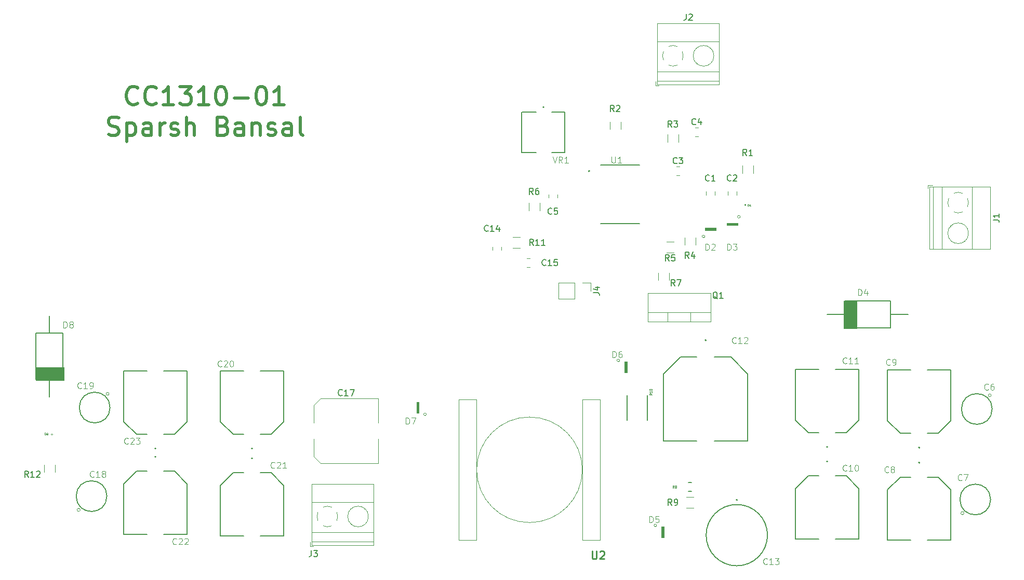
<source format=gbr>
G04 #@! TF.GenerationSoftware,KiCad,Pcbnew,(5.1.4)-1*
G04 #@! TF.CreationDate,2021-04-20T00:23:46+05:30*
G04 #@! TF.ProjectId,transformers-board,7472616e-7366-46f7-926d-6572732d626f,rev?*
G04 #@! TF.SameCoordinates,Original*
G04 #@! TF.FileFunction,Legend,Top*
G04 #@! TF.FilePolarity,Positive*
%FSLAX46Y46*%
G04 Gerber Fmt 4.6, Leading zero omitted, Abs format (unit mm)*
G04 Created by KiCad (PCBNEW (5.1.4)-1) date 2021-04-20 00:23:46*
%MOMM*%
%LPD*%
G04 APERTURE LIST*
%ADD10C,0.500000*%
%ADD11C,0.100000*%
%ADD12C,0.120000*%
%ADD13C,0.200000*%
%ADD14C,0.127000*%
%ADD15C,0.010000*%
%ADD16C,0.254000*%
%ADD17C,0.150000*%
%ADD18C,0.015000*%
G04 APERTURE END LIST*
D10*
X76884000Y-56483428D02*
X76741142Y-56626285D01*
X76312571Y-56769142D01*
X76026857Y-56769142D01*
X75598285Y-56626285D01*
X75312571Y-56340571D01*
X75169714Y-56054857D01*
X75026857Y-55483428D01*
X75026857Y-55054857D01*
X75169714Y-54483428D01*
X75312571Y-54197714D01*
X75598285Y-53912000D01*
X76026857Y-53769142D01*
X76312571Y-53769142D01*
X76741142Y-53912000D01*
X76884000Y-54054857D01*
X79884000Y-56483428D02*
X79741142Y-56626285D01*
X79312571Y-56769142D01*
X79026857Y-56769142D01*
X78598285Y-56626285D01*
X78312571Y-56340571D01*
X78169714Y-56054857D01*
X78026857Y-55483428D01*
X78026857Y-55054857D01*
X78169714Y-54483428D01*
X78312571Y-54197714D01*
X78598285Y-53912000D01*
X79026857Y-53769142D01*
X79312571Y-53769142D01*
X79741142Y-53912000D01*
X79884000Y-54054857D01*
X82741142Y-56769142D02*
X81026857Y-56769142D01*
X81884000Y-56769142D02*
X81884000Y-53769142D01*
X81598285Y-54197714D01*
X81312571Y-54483428D01*
X81026857Y-54626285D01*
X83741142Y-53769142D02*
X85598285Y-53769142D01*
X84598285Y-54912000D01*
X85026857Y-54912000D01*
X85312571Y-55054857D01*
X85455428Y-55197714D01*
X85598285Y-55483428D01*
X85598285Y-56197714D01*
X85455428Y-56483428D01*
X85312571Y-56626285D01*
X85026857Y-56769142D01*
X84169714Y-56769142D01*
X83884000Y-56626285D01*
X83741142Y-56483428D01*
X88455428Y-56769142D02*
X86741142Y-56769142D01*
X87598285Y-56769142D02*
X87598285Y-53769142D01*
X87312571Y-54197714D01*
X87026857Y-54483428D01*
X86741142Y-54626285D01*
X90312571Y-53769142D02*
X90598285Y-53769142D01*
X90884000Y-53912000D01*
X91026857Y-54054857D01*
X91169714Y-54340571D01*
X91312571Y-54912000D01*
X91312571Y-55626285D01*
X91169714Y-56197714D01*
X91026857Y-56483428D01*
X90884000Y-56626285D01*
X90598285Y-56769142D01*
X90312571Y-56769142D01*
X90026857Y-56626285D01*
X89884000Y-56483428D01*
X89741142Y-56197714D01*
X89598285Y-55626285D01*
X89598285Y-54912000D01*
X89741142Y-54340571D01*
X89884000Y-54054857D01*
X90026857Y-53912000D01*
X90312571Y-53769142D01*
X92598285Y-55626285D02*
X94884000Y-55626285D01*
X96884000Y-53769142D02*
X97169714Y-53769142D01*
X97455428Y-53912000D01*
X97598285Y-54054857D01*
X97741142Y-54340571D01*
X97884000Y-54912000D01*
X97884000Y-55626285D01*
X97741142Y-56197714D01*
X97598285Y-56483428D01*
X97455428Y-56626285D01*
X97169714Y-56769142D01*
X96884000Y-56769142D01*
X96598285Y-56626285D01*
X96455428Y-56483428D01*
X96312571Y-56197714D01*
X96169714Y-55626285D01*
X96169714Y-54912000D01*
X96312571Y-54340571D01*
X96455428Y-54054857D01*
X96598285Y-53912000D01*
X96884000Y-53769142D01*
X100741142Y-56769142D02*
X99026857Y-56769142D01*
X99884000Y-56769142D02*
X99884000Y-53769142D01*
X99598285Y-54197714D01*
X99312571Y-54483428D01*
X99026857Y-54626285D01*
X72098285Y-61626285D02*
X72526857Y-61769142D01*
X73241142Y-61769142D01*
X73526857Y-61626285D01*
X73669714Y-61483428D01*
X73812571Y-61197714D01*
X73812571Y-60912000D01*
X73669714Y-60626285D01*
X73526857Y-60483428D01*
X73241142Y-60340571D01*
X72669714Y-60197714D01*
X72383999Y-60054857D01*
X72241142Y-59912000D01*
X72098285Y-59626285D01*
X72098285Y-59340571D01*
X72241142Y-59054857D01*
X72383999Y-58912000D01*
X72669714Y-58769142D01*
X73383999Y-58769142D01*
X73812571Y-58912000D01*
X75098285Y-59769142D02*
X75098285Y-62769142D01*
X75098285Y-59912000D02*
X75383999Y-59769142D01*
X75955428Y-59769142D01*
X76241142Y-59912000D01*
X76383999Y-60054857D01*
X76526857Y-60340571D01*
X76526857Y-61197714D01*
X76383999Y-61483428D01*
X76241142Y-61626285D01*
X75955428Y-61769142D01*
X75383999Y-61769142D01*
X75098285Y-61626285D01*
X79098285Y-61769142D02*
X79098285Y-60197714D01*
X78955428Y-59912000D01*
X78669714Y-59769142D01*
X78098285Y-59769142D01*
X77812571Y-59912000D01*
X79098285Y-61626285D02*
X78812571Y-61769142D01*
X78098285Y-61769142D01*
X77812571Y-61626285D01*
X77669714Y-61340571D01*
X77669714Y-61054857D01*
X77812571Y-60769142D01*
X78098285Y-60626285D01*
X78812571Y-60626285D01*
X79098285Y-60483428D01*
X80526857Y-61769142D02*
X80526857Y-59769142D01*
X80526857Y-60340571D02*
X80669714Y-60054857D01*
X80812571Y-59912000D01*
X81098285Y-59769142D01*
X81383999Y-59769142D01*
X82241142Y-61626285D02*
X82526857Y-61769142D01*
X83098285Y-61769142D01*
X83383999Y-61626285D01*
X83526857Y-61340571D01*
X83526857Y-61197714D01*
X83383999Y-60912000D01*
X83098285Y-60769142D01*
X82669714Y-60769142D01*
X82383999Y-60626285D01*
X82241142Y-60340571D01*
X82241142Y-60197714D01*
X82383999Y-59912000D01*
X82669714Y-59769142D01*
X83098285Y-59769142D01*
X83383999Y-59912000D01*
X84812571Y-61769142D02*
X84812571Y-58769142D01*
X86098285Y-61769142D02*
X86098285Y-60197714D01*
X85955428Y-59912000D01*
X85669714Y-59769142D01*
X85241142Y-59769142D01*
X84955428Y-59912000D01*
X84812571Y-60054857D01*
X90812571Y-60197714D02*
X91241142Y-60340571D01*
X91384000Y-60483428D01*
X91526857Y-60769142D01*
X91526857Y-61197714D01*
X91384000Y-61483428D01*
X91241142Y-61626285D01*
X90955428Y-61769142D01*
X89812571Y-61769142D01*
X89812571Y-58769142D01*
X90812571Y-58769142D01*
X91098285Y-58912000D01*
X91241142Y-59054857D01*
X91384000Y-59340571D01*
X91384000Y-59626285D01*
X91241142Y-59912000D01*
X91098285Y-60054857D01*
X90812571Y-60197714D01*
X89812571Y-60197714D01*
X94098285Y-61769142D02*
X94098285Y-60197714D01*
X93955428Y-59912000D01*
X93669714Y-59769142D01*
X93098285Y-59769142D01*
X92812571Y-59912000D01*
X94098285Y-61626285D02*
X93812571Y-61769142D01*
X93098285Y-61769142D01*
X92812571Y-61626285D01*
X92669714Y-61340571D01*
X92669714Y-61054857D01*
X92812571Y-60769142D01*
X93098285Y-60626285D01*
X93812571Y-60626285D01*
X94098285Y-60483428D01*
X95526857Y-59769142D02*
X95526857Y-61769142D01*
X95526857Y-60054857D02*
X95669714Y-59912000D01*
X95955428Y-59769142D01*
X96383999Y-59769142D01*
X96669714Y-59912000D01*
X96812571Y-60197714D01*
X96812571Y-61769142D01*
X98098285Y-61626285D02*
X98383999Y-61769142D01*
X98955428Y-61769142D01*
X99241142Y-61626285D01*
X99383999Y-61340571D01*
X99383999Y-61197714D01*
X99241142Y-60912000D01*
X98955428Y-60769142D01*
X98526857Y-60769142D01*
X98241142Y-60626285D01*
X98098285Y-60340571D01*
X98098285Y-60197714D01*
X98241142Y-59912000D01*
X98526857Y-59769142D01*
X98955428Y-59769142D01*
X99241142Y-59912000D01*
X101955428Y-61769142D02*
X101955428Y-60197714D01*
X101812571Y-59912000D01*
X101526857Y-59769142D01*
X100955428Y-59769142D01*
X100669714Y-59912000D01*
X101955428Y-61626285D02*
X101669714Y-61769142D01*
X100955428Y-61769142D01*
X100669714Y-61626285D01*
X100526857Y-61340571D01*
X100526857Y-61054857D01*
X100669714Y-60769142D01*
X100955428Y-60626285D01*
X101669714Y-60626285D01*
X101955428Y-60483428D01*
X103812571Y-61769142D02*
X103526857Y-61626285D01*
X103383999Y-61340571D01*
X103383999Y-58769142D01*
D11*
X140716000Y-107722000D02*
G75*
G02X140716000Y-124942000I0J-8610000D01*
G01*
X140716000Y-124942000D02*
G75*
G02X140716000Y-107722000I0J8610000D01*
G01*
X140716000Y-124942000D02*
X140716000Y-124942000D01*
X140716000Y-107722000D02*
X140716000Y-107722000D01*
X152216000Y-104832000D02*
X149326000Y-104832000D01*
X152216000Y-127832000D02*
X152216000Y-104832000D01*
X149326000Y-127832000D02*
X152216000Y-127832000D01*
X149326000Y-104832000D02*
X149326000Y-127832000D01*
X132106000Y-104832000D02*
X129216000Y-104832000D01*
X132106000Y-127832000D02*
X132106000Y-104832000D01*
X129216000Y-127832000D02*
X132106000Y-127832000D01*
X129216000Y-104832000D02*
X129216000Y-127832000D01*
D12*
X169470000Y-71457078D02*
X169470000Y-70939922D01*
X170890000Y-71457078D02*
X170890000Y-70939922D01*
X174446000Y-71457078D02*
X174446000Y-70939922D01*
X173026000Y-71457078D02*
X173026000Y-70939922D01*
X164665922Y-66854000D02*
X165183078Y-66854000D01*
X164665922Y-68274000D02*
X165183078Y-68274000D01*
X167713922Y-61924000D02*
X168231078Y-61924000D01*
X167713922Y-60504000D02*
X168231078Y-60504000D01*
X143816000Y-71886578D02*
X143816000Y-71369422D01*
X145236000Y-71886578D02*
X145236000Y-71369422D01*
D13*
X204316000Y-115182000D02*
G75*
G03X204316000Y-115182000I-100000J0D01*
G01*
D14*
X201126000Y-117532000D02*
X202836000Y-117532000D01*
X199066000Y-119592000D02*
X201126000Y-117532000D01*
X199066000Y-127832000D02*
X199066000Y-119592000D01*
X202836000Y-127832000D02*
X199066000Y-127832000D01*
X209366000Y-127832000D02*
X205596000Y-127832000D01*
X209366000Y-119592000D02*
X209366000Y-127832000D01*
X207306000Y-117532000D02*
X209366000Y-119592000D01*
X205596000Y-117532000D02*
X207306000Y-117532000D01*
X202836000Y-110353000D02*
X201126000Y-110353000D01*
X201126000Y-110353000D02*
X199066000Y-108293000D01*
X199066000Y-108293000D02*
X199066000Y-100053000D01*
X199066000Y-100053000D02*
X202836000Y-100053000D01*
X205596000Y-100053000D02*
X209366000Y-100053000D01*
X209366000Y-100053000D02*
X209366000Y-108293000D01*
X209366000Y-108293000D02*
X207306000Y-110353000D01*
X207306000Y-110353000D02*
X205596000Y-110353000D01*
D13*
X204316000Y-112703000D02*
G75*
G03X204316000Y-112703000I-100000J0D01*
G01*
X189330000Y-114975000D02*
G75*
G03X189330000Y-114975000I-100000J0D01*
G01*
D14*
X186140000Y-117325000D02*
X187850000Y-117325000D01*
X184080000Y-119385000D02*
X186140000Y-117325000D01*
X184080000Y-127625000D02*
X184080000Y-119385000D01*
X187850000Y-127625000D02*
X184080000Y-127625000D01*
X194380000Y-127625000D02*
X190610000Y-127625000D01*
X194380000Y-119385000D02*
X194380000Y-127625000D01*
X192320000Y-117325000D02*
X194380000Y-119385000D01*
X190610000Y-117325000D02*
X192320000Y-117325000D01*
X187850000Y-110259000D02*
X186140000Y-110259000D01*
X186140000Y-110259000D02*
X184080000Y-108199000D01*
X184080000Y-108199000D02*
X184080000Y-99959000D01*
X184080000Y-99959000D02*
X187850000Y-99959000D01*
X190610000Y-99959000D02*
X194380000Y-99959000D01*
X194380000Y-99959000D02*
X194380000Y-108199000D01*
X194380000Y-108199000D02*
X192320000Y-110259000D01*
X192320000Y-110259000D02*
X190610000Y-110259000D01*
D13*
X189330000Y-112609000D02*
G75*
G03X189330000Y-112609000I-100000J0D01*
G01*
D12*
X136092000Y-80444078D02*
X136092000Y-79926922D01*
X134672000Y-80444078D02*
X134672000Y-79926922D01*
X140281922Y-81840000D02*
X140799078Y-81840000D01*
X140281922Y-83260000D02*
X140799078Y-83260000D01*
X116086000Y-115242000D02*
X116086000Y-111292000D01*
X116086000Y-104722000D02*
X116086000Y-108672000D01*
X106630437Y-104722000D02*
X116086000Y-104722000D01*
X106630437Y-115242000D02*
X116086000Y-115242000D01*
X105566000Y-114177563D02*
X105566000Y-111292000D01*
X105566000Y-105786437D02*
X105566000Y-108672000D01*
X105566000Y-105786437D02*
X106630437Y-104722000D01*
X105566000Y-114177563D02*
X106630437Y-115242000D01*
D13*
X95604000Y-112863000D02*
G75*
G03X95604000Y-112863000I-100000J0D01*
G01*
D14*
X98594000Y-110513000D02*
X96884000Y-110513000D01*
X100654000Y-108453000D02*
X98594000Y-110513000D01*
X100654000Y-100213000D02*
X100654000Y-108453000D01*
X96884000Y-100213000D02*
X100654000Y-100213000D01*
X90354000Y-100213000D02*
X94124000Y-100213000D01*
X90354000Y-108453000D02*
X90354000Y-100213000D01*
X92414000Y-110513000D02*
X90354000Y-108453000D01*
X94124000Y-110513000D02*
X92414000Y-110513000D01*
X96884000Y-116817000D02*
X98594000Y-116817000D01*
X98594000Y-116817000D02*
X100654000Y-118877000D01*
X100654000Y-118877000D02*
X100654000Y-127117000D01*
X100654000Y-127117000D02*
X96884000Y-127117000D01*
X94124000Y-127117000D02*
X90354000Y-127117000D01*
X90354000Y-127117000D02*
X90354000Y-118877000D01*
X90354000Y-118877000D02*
X92414000Y-116817000D01*
X92414000Y-116817000D02*
X94124000Y-116817000D01*
D13*
X95604000Y-114467000D02*
G75*
G03X95604000Y-114467000I-100000J0D01*
G01*
X79856000Y-114213000D02*
G75*
G03X79856000Y-114213000I-100000J0D01*
G01*
D14*
X76666000Y-116563000D02*
X78376000Y-116563000D01*
X74606000Y-118623000D02*
X76666000Y-116563000D01*
X74606000Y-126863000D02*
X74606000Y-118623000D01*
X78376000Y-126863000D02*
X74606000Y-126863000D01*
X84906000Y-126863000D02*
X81136000Y-126863000D01*
X84906000Y-118623000D02*
X84906000Y-126863000D01*
X82846000Y-116563000D02*
X84906000Y-118623000D01*
X81136000Y-116563000D02*
X82846000Y-116563000D01*
X78376000Y-110513000D02*
X76666000Y-110513000D01*
X76666000Y-110513000D02*
X74606000Y-108453000D01*
X74606000Y-108453000D02*
X74606000Y-100213000D01*
X74606000Y-100213000D02*
X78376000Y-100213000D01*
X81136000Y-100213000D02*
X84906000Y-100213000D01*
X84906000Y-100213000D02*
X84906000Y-108453000D01*
X84906000Y-108453000D02*
X82846000Y-110513000D01*
X82846000Y-110513000D02*
X81136000Y-110513000D01*
D13*
X79856000Y-112863000D02*
G75*
G03X79856000Y-112863000I-100000J0D01*
G01*
D12*
X205666000Y-69924000D02*
X205666000Y-70424000D01*
X206406000Y-69924000D02*
X205666000Y-69924000D01*
X209543000Y-76497000D02*
X209497000Y-76450000D01*
X211841000Y-78794000D02*
X211805000Y-78759000D01*
X209327000Y-76690000D02*
X209292000Y-76655000D01*
X211635000Y-78999000D02*
X211589000Y-78952000D01*
X215827000Y-80284000D02*
X205906000Y-80284000D01*
X215827000Y-70164000D02*
X205906000Y-70164000D01*
X205906000Y-70164000D02*
X205906000Y-80284000D01*
X215827000Y-70164000D02*
X215827000Y-80284000D01*
X212867000Y-70164000D02*
X212867000Y-80284000D01*
X207966000Y-70164000D02*
X207966000Y-80284000D01*
X206466000Y-70164000D02*
X206466000Y-80284000D01*
X212246000Y-77724000D02*
G75*
G03X212246000Y-77724000I-1680000J0D01*
G01*
X208885747Y-72752805D02*
G75*
G02X209031000Y-72040000I1680253J28805D01*
G01*
X209882958Y-71188574D02*
G75*
G02X211250000Y-71189000I683042J-1535426D01*
G01*
X212101426Y-72040958D02*
G75*
G02X212101000Y-73408000I-1535426J-683042D01*
G01*
X211249042Y-74259426D02*
G75*
G02X209882000Y-74259000I-683042J1535426D01*
G01*
X209031244Y-73407318D02*
G75*
G02X208886000Y-72724000I1534756J683318D01*
G01*
X164767318Y-50302756D02*
G75*
G02X164084000Y-50448000I-683318J1534756D01*
G01*
X165619426Y-48084958D02*
G75*
G02X165619000Y-49452000I-1535426J-683042D01*
G01*
X163400958Y-47232574D02*
G75*
G02X164768000Y-47233000I683042J-1535426D01*
G01*
X162548574Y-49451042D02*
G75*
G02X162549000Y-48084000I1535426J683042D01*
G01*
X164112805Y-50448253D02*
G75*
G02X163400000Y-50303000I-28805J1680253D01*
G01*
X170764000Y-48768000D02*
G75*
G03X170764000Y-48768000I-1680000J0D01*
G01*
X161524000Y-52868000D02*
X171644000Y-52868000D01*
X161524000Y-51368000D02*
X171644000Y-51368000D01*
X161524000Y-46467000D02*
X171644000Y-46467000D01*
X161524000Y-43507000D02*
X171644000Y-43507000D01*
X161524000Y-53428000D02*
X171644000Y-53428000D01*
X161524000Y-43507000D02*
X161524000Y-53428000D01*
X171644000Y-43507000D02*
X171644000Y-53428000D01*
X170359000Y-47699000D02*
X170312000Y-47745000D01*
X168050000Y-50007000D02*
X168015000Y-50042000D01*
X170154000Y-47493000D02*
X170119000Y-47529000D01*
X167857000Y-49791000D02*
X167810000Y-49837000D01*
X161284000Y-52928000D02*
X161284000Y-53668000D01*
X161284000Y-53668000D02*
X161784000Y-53668000D01*
X108459318Y-125486756D02*
G75*
G02X107776000Y-125632000I-683318J1534756D01*
G01*
X109311426Y-123268958D02*
G75*
G02X109311000Y-124636000I-1535426J-683042D01*
G01*
X107092958Y-122416574D02*
G75*
G02X108460000Y-122417000I683042J-1535426D01*
G01*
X106240574Y-124635042D02*
G75*
G02X106241000Y-123268000I1535426J683042D01*
G01*
X107804805Y-125632253D02*
G75*
G02X107092000Y-125487000I-28805J1680253D01*
G01*
X114456000Y-123952000D02*
G75*
G03X114456000Y-123952000I-1680000J0D01*
G01*
X105216000Y-128052000D02*
X115336000Y-128052000D01*
X105216000Y-126552000D02*
X115336000Y-126552000D01*
X105216000Y-121651000D02*
X115336000Y-121651000D01*
X105216000Y-118691000D02*
X115336000Y-118691000D01*
X105216000Y-128612000D02*
X115336000Y-128612000D01*
X105216000Y-118691000D02*
X105216000Y-128612000D01*
X115336000Y-118691000D02*
X115336000Y-128612000D01*
X114051000Y-122883000D02*
X114004000Y-122929000D01*
X111742000Y-125191000D02*
X111707000Y-125226000D01*
X113846000Y-122677000D02*
X113811000Y-122713000D01*
X111549000Y-124975000D02*
X111502000Y-125021000D01*
X104976000Y-128112000D02*
X104976000Y-128852000D01*
X104976000Y-128852000D02*
X105476000Y-128852000D01*
X170220000Y-92170000D02*
X159980000Y-92170000D01*
X170220000Y-87529000D02*
X159980000Y-87529000D01*
X170220000Y-92170000D02*
X170220000Y-87529000D01*
X159980000Y-92170000D02*
X159980000Y-87529000D01*
X170220000Y-90660000D02*
X159980000Y-90660000D01*
X166950000Y-92170000D02*
X166950000Y-90660000D01*
X163249000Y-92170000D02*
X163249000Y-90660000D01*
X177156000Y-66710000D02*
X177156000Y-67910000D01*
X175396000Y-67910000D02*
X175396000Y-66710000D01*
X155566000Y-59532000D02*
X155566000Y-60732000D01*
X153806000Y-60732000D02*
X153806000Y-59532000D01*
X163204000Y-62830000D02*
X163204000Y-61630000D01*
X164964000Y-61630000D02*
X164964000Y-62830000D01*
X165998000Y-79660000D02*
X165998000Y-78460000D01*
X167758000Y-78460000D02*
X167758000Y-79660000D01*
X163042000Y-79130000D02*
X164242000Y-79130000D01*
X164242000Y-80890000D02*
X163042000Y-80890000D01*
X142358000Y-72806000D02*
X142358000Y-74006000D01*
X140598000Y-74006000D02*
X140598000Y-72806000D01*
X163440000Y-84170000D02*
X163440000Y-85370000D01*
X161680000Y-85370000D02*
X161680000Y-84170000D01*
D14*
X166642000Y-119826000D02*
X167082000Y-119826000D01*
X166642000Y-118426000D02*
X167082000Y-118426000D01*
D12*
X166278000Y-120786000D02*
X167478000Y-120786000D01*
X167478000Y-122546000D02*
X166278000Y-122546000D01*
D14*
X156592000Y-104180000D02*
X156592000Y-108280000D01*
X159892000Y-104180000D02*
X159892000Y-108280000D01*
D12*
X138018000Y-78368000D02*
X139218000Y-78368000D01*
X139218000Y-80128000D02*
X138018000Y-80128000D01*
X61604000Y-116744000D02*
X61604000Y-115544000D01*
X63364000Y-115544000D02*
X63364000Y-116744000D01*
D14*
X152273000Y-76169000D02*
X158623000Y-76169000D01*
X152273000Y-66579000D02*
X158623000Y-66579000D01*
D13*
X150513000Y-67564000D02*
G75*
G03X150513000Y-67564000I-100000J0D01*
G01*
D11*
X215971140Y-104174110D02*
G75*
G03X215971140Y-104174110I-254000J0D01*
G01*
D14*
X216114000Y-106410000D02*
G75*
G03X216114000Y-106410000I-2500000J0D01*
G01*
X215860000Y-121174000D02*
G75*
G03X215860000Y-121174000I-2500000J0D01*
G01*
D11*
X211510860Y-123409890D02*
G75*
G03X211510860Y-123409890I-254000J0D01*
G01*
X67492860Y-122869890D02*
G75*
G03X67492860Y-122869890I-254000J0D01*
G01*
D14*
X71842000Y-120634000D02*
G75*
G03X71842000Y-120634000I-2500000J0D01*
G01*
X72350000Y-106172000D02*
G75*
G03X72350000Y-106172000I-2500000J0D01*
G01*
D11*
X72207140Y-103936110D02*
G75*
G03X72207140Y-103936110I-254000J0D01*
G01*
X176003000Y-73074000D02*
G75*
G03X176003000Y-73074000I-127000J0D01*
G01*
D15*
G36*
X169280000Y-77232276D02*
G01*
X169280000Y-76832000D01*
X171080414Y-76832000D01*
X171080414Y-77232276D01*
X169280000Y-77232276D01*
G37*
X169280000Y-77232276D02*
X169280000Y-76832000D01*
X171080414Y-76832000D01*
X171080414Y-77232276D01*
X169280000Y-77232276D01*
D11*
X169303606Y-78232000D02*
G75*
G03X169303606Y-78232000I-223606J0D01*
G01*
X175059606Y-75032000D02*
G75*
G03X175059606Y-75032000I-223606J0D01*
G01*
D15*
G36*
X174636000Y-76031724D02*
G01*
X174636000Y-76432000D01*
X172835586Y-76432000D01*
X172835586Y-76031724D01*
X174636000Y-76031724D01*
G37*
X174636000Y-76031724D02*
X174636000Y-76432000D01*
X172835586Y-76432000D01*
X172835586Y-76031724D01*
X174636000Y-76031724D01*
D11*
X161437606Y-125392000D02*
G75*
G03X161437606Y-125392000I-223606J0D01*
G01*
D15*
G36*
X162213724Y-125592000D02*
G01*
X162614000Y-125592000D01*
X162614000Y-127392414D01*
X162213724Y-127392414D01*
X162213724Y-125592000D01*
G37*
X162213724Y-125592000D02*
X162614000Y-125592000D01*
X162614000Y-127392414D01*
X162213724Y-127392414D01*
X162213724Y-125592000D01*
G36*
X156193724Y-98668000D02*
G01*
X156594000Y-98668000D01*
X156594000Y-100468414D01*
X156193724Y-100468414D01*
X156193724Y-98668000D01*
G37*
X156193724Y-98668000D02*
X156594000Y-98668000D01*
X156594000Y-100468414D01*
X156193724Y-100468414D01*
X156193724Y-98668000D01*
D11*
X155417606Y-98468000D02*
G75*
G03X155417606Y-98468000I-223606J0D01*
G01*
X123921606Y-107272000D02*
G75*
G03X123921606Y-107272000I-223606J0D01*
G01*
D15*
G36*
X122698276Y-107072000D02*
G01*
X122298000Y-107072000D01*
X122298000Y-105271586D01*
X122698276Y-105271586D01*
X122698276Y-107072000D01*
G37*
X122698276Y-107072000D02*
X122298000Y-107072000D01*
X122298000Y-105271586D01*
X122698276Y-105271586D01*
X122698276Y-107072000D01*
D11*
X63011000Y-110580000D02*
G75*
G03X63011000Y-110580000I-127000J0D01*
G01*
D15*
G36*
X191942190Y-88732000D02*
G01*
X194034000Y-88732000D01*
X194034000Y-93287550D01*
X191942190Y-93287550D01*
X191942190Y-88732000D01*
G37*
X191942190Y-88732000D02*
X194034000Y-88732000D01*
X194034000Y-93287550D01*
X191942190Y-93287550D01*
X191942190Y-88732000D01*
D13*
X199584000Y-90932000D02*
X202434000Y-90932000D01*
X189234000Y-90932000D02*
X192084000Y-90932000D01*
X192084000Y-90932000D02*
X192084000Y-88732000D01*
X192084000Y-93132000D02*
X192084000Y-90932000D01*
X199584000Y-93132000D02*
X192084000Y-93132000D01*
X199584000Y-90932000D02*
X199584000Y-93132000D01*
X199584000Y-88732000D02*
X199584000Y-90932000D01*
X192084000Y-88732000D02*
X199584000Y-88732000D01*
X60284000Y-101540000D02*
X60284000Y-94040000D01*
X60284000Y-94040000D02*
X62484000Y-94040000D01*
X62484000Y-94040000D02*
X64684000Y-94040000D01*
X64684000Y-94040000D02*
X64684000Y-101540000D01*
X64684000Y-101540000D02*
X62484000Y-101540000D01*
X62484000Y-101540000D02*
X60284000Y-101540000D01*
X62484000Y-104390000D02*
X62484000Y-101540000D01*
X62484000Y-94040000D02*
X62484000Y-91190000D01*
D15*
G36*
X60284000Y-101681810D02*
G01*
X60284000Y-99590000D01*
X64839550Y-99590000D01*
X64839550Y-101681810D01*
X60284000Y-101681810D01*
G37*
X60284000Y-101681810D02*
X60284000Y-99590000D01*
X64839550Y-99590000D01*
X64839550Y-101681810D01*
X60284000Y-101681810D01*
D13*
X143102000Y-57150000D02*
G75*
G03X143102000Y-57150000I-100000J0D01*
G01*
D14*
X139472000Y-64514000D02*
X139472000Y-57914000D01*
X141767000Y-64514000D02*
X139482000Y-64514000D01*
X146472000Y-64514000D02*
X144307000Y-64514000D01*
X146472000Y-57914000D02*
X146472000Y-64514000D01*
X144307000Y-57914000D02*
X146472000Y-57914000D01*
X139482000Y-57914000D02*
X141767000Y-57914000D01*
D12*
X145482000Y-85792000D02*
X145482000Y-88452000D01*
X148082000Y-85792000D02*
X145482000Y-85792000D01*
X148082000Y-88452000D02*
X145482000Y-88452000D01*
X148082000Y-85792000D02*
X148082000Y-88452000D01*
X149352000Y-85792000D02*
X150682000Y-85792000D01*
X150682000Y-85792000D02*
X150682000Y-87122000D01*
D13*
X174598000Y-121250000D02*
G75*
G03X174598000Y-121250000I-100000J0D01*
G01*
D14*
X179498000Y-127000000D02*
G75*
G03X179498000Y-127000000I-5000000J0D01*
G01*
D13*
X169518000Y-95193000D02*
G75*
G03X169518000Y-95193000I-100000J0D01*
G01*
D14*
X165308000Y-97943000D02*
X167998000Y-97943000D01*
X162566000Y-100683000D02*
X165308000Y-97943000D01*
X162568000Y-111643000D02*
X162566000Y-100683000D01*
X167998000Y-111643000D02*
X162568000Y-111643000D01*
X176268000Y-111643000D02*
X170838000Y-111643000D01*
X176270000Y-100683000D02*
X176268000Y-111643000D01*
X173528000Y-97943000D02*
X176270000Y-100683000D01*
X170838000Y-97943000D02*
X173528000Y-97943000D01*
D16*
X150924380Y-129606523D02*
X150924380Y-130634619D01*
X150984857Y-130755571D01*
X151045333Y-130816047D01*
X151166285Y-130876523D01*
X151408190Y-130876523D01*
X151529142Y-130816047D01*
X151589619Y-130755571D01*
X151650095Y-130634619D01*
X151650095Y-129606523D01*
X152194380Y-129727476D02*
X152254857Y-129667000D01*
X152375809Y-129606523D01*
X152678190Y-129606523D01*
X152799142Y-129667000D01*
X152859619Y-129727476D01*
X152920095Y-129848428D01*
X152920095Y-129969380D01*
X152859619Y-130150809D01*
X152133904Y-130876523D01*
X152920095Y-130876523D01*
D17*
X170013333Y-69094142D02*
X169965714Y-69141761D01*
X169822857Y-69189380D01*
X169727619Y-69189380D01*
X169584761Y-69141761D01*
X169489523Y-69046523D01*
X169441904Y-68951285D01*
X169394285Y-68760809D01*
X169394285Y-68617952D01*
X169441904Y-68427476D01*
X169489523Y-68332238D01*
X169584761Y-68237000D01*
X169727619Y-68189380D01*
X169822857Y-68189380D01*
X169965714Y-68237000D01*
X170013333Y-68284619D01*
X170965714Y-69189380D02*
X170394285Y-69189380D01*
X170680000Y-69189380D02*
X170680000Y-68189380D01*
X170584761Y-68332238D01*
X170489523Y-68427476D01*
X170394285Y-68475095D01*
X173569333Y-69094142D02*
X173521714Y-69141761D01*
X173378857Y-69189380D01*
X173283619Y-69189380D01*
X173140761Y-69141761D01*
X173045523Y-69046523D01*
X172997904Y-68951285D01*
X172950285Y-68760809D01*
X172950285Y-68617952D01*
X172997904Y-68427476D01*
X173045523Y-68332238D01*
X173140761Y-68237000D01*
X173283619Y-68189380D01*
X173378857Y-68189380D01*
X173521714Y-68237000D01*
X173569333Y-68284619D01*
X173950285Y-68284619D02*
X173997904Y-68237000D01*
X174093142Y-68189380D01*
X174331238Y-68189380D01*
X174426476Y-68237000D01*
X174474095Y-68284619D01*
X174521714Y-68379857D01*
X174521714Y-68475095D01*
X174474095Y-68617952D01*
X173902666Y-69189380D01*
X174521714Y-69189380D01*
X164757833Y-66271142D02*
X164710214Y-66318761D01*
X164567357Y-66366380D01*
X164472119Y-66366380D01*
X164329261Y-66318761D01*
X164234023Y-66223523D01*
X164186404Y-66128285D01*
X164138785Y-65937809D01*
X164138785Y-65794952D01*
X164186404Y-65604476D01*
X164234023Y-65509238D01*
X164329261Y-65414000D01*
X164472119Y-65366380D01*
X164567357Y-65366380D01*
X164710214Y-65414000D01*
X164757833Y-65461619D01*
X165091166Y-65366380D02*
X165710214Y-65366380D01*
X165376880Y-65747333D01*
X165519738Y-65747333D01*
X165614976Y-65794952D01*
X165662595Y-65842571D01*
X165710214Y-65937809D01*
X165710214Y-66175904D01*
X165662595Y-66271142D01*
X165614976Y-66318761D01*
X165519738Y-66366380D01*
X165234023Y-66366380D01*
X165138785Y-66318761D01*
X165091166Y-66271142D01*
X167805833Y-59921142D02*
X167758214Y-59968761D01*
X167615357Y-60016380D01*
X167520119Y-60016380D01*
X167377261Y-59968761D01*
X167282023Y-59873523D01*
X167234404Y-59778285D01*
X167186785Y-59587809D01*
X167186785Y-59444952D01*
X167234404Y-59254476D01*
X167282023Y-59159238D01*
X167377261Y-59064000D01*
X167520119Y-59016380D01*
X167615357Y-59016380D01*
X167758214Y-59064000D01*
X167805833Y-59111619D01*
X168662976Y-59349714D02*
X168662976Y-60016380D01*
X168424880Y-58968761D02*
X168186785Y-59683047D01*
X168805833Y-59683047D01*
X144359333Y-74525142D02*
X144311714Y-74572761D01*
X144168857Y-74620380D01*
X144073619Y-74620380D01*
X143930761Y-74572761D01*
X143835523Y-74477523D01*
X143787904Y-74382285D01*
X143740285Y-74191809D01*
X143740285Y-74048952D01*
X143787904Y-73858476D01*
X143835523Y-73763238D01*
X143930761Y-73668000D01*
X144073619Y-73620380D01*
X144168857Y-73620380D01*
X144311714Y-73668000D01*
X144359333Y-73715619D01*
X145264095Y-73620380D02*
X144787904Y-73620380D01*
X144740285Y-74096571D01*
X144787904Y-74048952D01*
X144883142Y-74001333D01*
X145121238Y-74001333D01*
X145216476Y-74048952D01*
X145264095Y-74096571D01*
X145311714Y-74191809D01*
X145311714Y-74429904D01*
X145264095Y-74525142D01*
X145216476Y-74572761D01*
X145121238Y-74620380D01*
X144883142Y-74620380D01*
X144787904Y-74572761D01*
X144740285Y-74525142D01*
D18*
X199223333Y-116689142D02*
X199175714Y-116736761D01*
X199032857Y-116784380D01*
X198937619Y-116784380D01*
X198794761Y-116736761D01*
X198699523Y-116641523D01*
X198651904Y-116546285D01*
X198604285Y-116355809D01*
X198604285Y-116212952D01*
X198651904Y-116022476D01*
X198699523Y-115927238D01*
X198794761Y-115832000D01*
X198937619Y-115784380D01*
X199032857Y-115784380D01*
X199175714Y-115832000D01*
X199223333Y-115879619D01*
X199794761Y-116212952D02*
X199699523Y-116165333D01*
X199651904Y-116117714D01*
X199604285Y-116022476D01*
X199604285Y-115974857D01*
X199651904Y-115879619D01*
X199699523Y-115832000D01*
X199794761Y-115784380D01*
X199985238Y-115784380D01*
X200080476Y-115832000D01*
X200128095Y-115879619D01*
X200175714Y-115974857D01*
X200175714Y-116022476D01*
X200128095Y-116117714D01*
X200080476Y-116165333D01*
X199985238Y-116212952D01*
X199794761Y-116212952D01*
X199699523Y-116260571D01*
X199651904Y-116308190D01*
X199604285Y-116403428D01*
X199604285Y-116593904D01*
X199651904Y-116689142D01*
X199699523Y-116736761D01*
X199794761Y-116784380D01*
X199985238Y-116784380D01*
X200080476Y-116736761D01*
X200128095Y-116689142D01*
X200175714Y-116593904D01*
X200175714Y-116403428D01*
X200128095Y-116308190D01*
X200080476Y-116260571D01*
X199985238Y-116212952D01*
X199477333Y-99163142D02*
X199429714Y-99210761D01*
X199286857Y-99258380D01*
X199191619Y-99258380D01*
X199048761Y-99210761D01*
X198953523Y-99115523D01*
X198905904Y-99020285D01*
X198858285Y-98829809D01*
X198858285Y-98686952D01*
X198905904Y-98496476D01*
X198953523Y-98401238D01*
X199048761Y-98306000D01*
X199191619Y-98258380D01*
X199286857Y-98258380D01*
X199429714Y-98306000D01*
X199477333Y-98353619D01*
X199953523Y-99258380D02*
X200144000Y-99258380D01*
X200239238Y-99210761D01*
X200286857Y-99163142D01*
X200382095Y-99020285D01*
X200429714Y-98829809D01*
X200429714Y-98448857D01*
X200382095Y-98353619D01*
X200334476Y-98306000D01*
X200239238Y-98258380D01*
X200048761Y-98258380D01*
X199953523Y-98306000D01*
X199905904Y-98353619D01*
X199858285Y-98448857D01*
X199858285Y-98686952D01*
X199905904Y-98782190D01*
X199953523Y-98829809D01*
X200048761Y-98877428D01*
X200239238Y-98877428D01*
X200334476Y-98829809D01*
X200382095Y-98782190D01*
X200429714Y-98686952D01*
X192397142Y-116435142D02*
X192349523Y-116482761D01*
X192206666Y-116530380D01*
X192111428Y-116530380D01*
X191968571Y-116482761D01*
X191873333Y-116387523D01*
X191825714Y-116292285D01*
X191778095Y-116101809D01*
X191778095Y-115958952D01*
X191825714Y-115768476D01*
X191873333Y-115673238D01*
X191968571Y-115578000D01*
X192111428Y-115530380D01*
X192206666Y-115530380D01*
X192349523Y-115578000D01*
X192397142Y-115625619D01*
X193349523Y-116530380D02*
X192778095Y-116530380D01*
X193063809Y-116530380D02*
X193063809Y-115530380D01*
X192968571Y-115673238D01*
X192873333Y-115768476D01*
X192778095Y-115816095D01*
X193968571Y-115530380D02*
X194063809Y-115530380D01*
X194159047Y-115578000D01*
X194206666Y-115625619D01*
X194254285Y-115720857D01*
X194301904Y-115911333D01*
X194301904Y-116149428D01*
X194254285Y-116339904D01*
X194206666Y-116435142D01*
X194159047Y-116482761D01*
X194063809Y-116530380D01*
X193968571Y-116530380D01*
X193873333Y-116482761D01*
X193825714Y-116435142D01*
X193778095Y-116339904D01*
X193730476Y-116149428D01*
X193730476Y-115911333D01*
X193778095Y-115720857D01*
X193825714Y-115625619D01*
X193873333Y-115578000D01*
X193968571Y-115530380D01*
X192397142Y-98909142D02*
X192349523Y-98956761D01*
X192206666Y-99004380D01*
X192111428Y-99004380D01*
X191968571Y-98956761D01*
X191873333Y-98861523D01*
X191825714Y-98766285D01*
X191778095Y-98575809D01*
X191778095Y-98432952D01*
X191825714Y-98242476D01*
X191873333Y-98147238D01*
X191968571Y-98052000D01*
X192111428Y-98004380D01*
X192206666Y-98004380D01*
X192349523Y-98052000D01*
X192397142Y-98099619D01*
X193349523Y-99004380D02*
X192778095Y-99004380D01*
X193063809Y-99004380D02*
X193063809Y-98004380D01*
X192968571Y-98147238D01*
X192873333Y-98242476D01*
X192778095Y-98290095D01*
X194301904Y-99004380D02*
X193730476Y-99004380D01*
X194016190Y-99004380D02*
X194016190Y-98004380D01*
X193920952Y-98147238D01*
X193825714Y-98242476D01*
X193730476Y-98290095D01*
D17*
X133977142Y-77319142D02*
X133929523Y-77366761D01*
X133786666Y-77414380D01*
X133691428Y-77414380D01*
X133548571Y-77366761D01*
X133453333Y-77271523D01*
X133405714Y-77176285D01*
X133358095Y-76985809D01*
X133358095Y-76842952D01*
X133405714Y-76652476D01*
X133453333Y-76557238D01*
X133548571Y-76462000D01*
X133691428Y-76414380D01*
X133786666Y-76414380D01*
X133929523Y-76462000D01*
X133977142Y-76509619D01*
X134929523Y-77414380D02*
X134358095Y-77414380D01*
X134643809Y-77414380D02*
X134643809Y-76414380D01*
X134548571Y-76557238D01*
X134453333Y-76652476D01*
X134358095Y-76700095D01*
X135786666Y-76747714D02*
X135786666Y-77414380D01*
X135548571Y-76366761D02*
X135310476Y-77081047D01*
X135929523Y-77081047D01*
X143375142Y-82907142D02*
X143327523Y-82954761D01*
X143184666Y-83002380D01*
X143089428Y-83002380D01*
X142946571Y-82954761D01*
X142851333Y-82859523D01*
X142803714Y-82764285D01*
X142756095Y-82573809D01*
X142756095Y-82430952D01*
X142803714Y-82240476D01*
X142851333Y-82145238D01*
X142946571Y-82050000D01*
X143089428Y-82002380D01*
X143184666Y-82002380D01*
X143327523Y-82050000D01*
X143375142Y-82097619D01*
X144327523Y-83002380D02*
X143756095Y-83002380D01*
X144041809Y-83002380D02*
X144041809Y-82002380D01*
X143946571Y-82145238D01*
X143851333Y-82240476D01*
X143756095Y-82288095D01*
X145232285Y-82002380D02*
X144756095Y-82002380D01*
X144708476Y-82478571D01*
X144756095Y-82430952D01*
X144851333Y-82383333D01*
X145089428Y-82383333D01*
X145184666Y-82430952D01*
X145232285Y-82478571D01*
X145279904Y-82573809D01*
X145279904Y-82811904D01*
X145232285Y-82907142D01*
X145184666Y-82954761D01*
X145089428Y-83002380D01*
X144851333Y-83002380D01*
X144756095Y-82954761D01*
X144708476Y-82907142D01*
X110183142Y-104139142D02*
X110135523Y-104186761D01*
X109992666Y-104234380D01*
X109897428Y-104234380D01*
X109754571Y-104186761D01*
X109659333Y-104091523D01*
X109611714Y-103996285D01*
X109564095Y-103805809D01*
X109564095Y-103662952D01*
X109611714Y-103472476D01*
X109659333Y-103377238D01*
X109754571Y-103282000D01*
X109897428Y-103234380D01*
X109992666Y-103234380D01*
X110135523Y-103282000D01*
X110183142Y-103329619D01*
X111135523Y-104234380D02*
X110564095Y-104234380D01*
X110849809Y-104234380D02*
X110849809Y-103234380D01*
X110754571Y-103377238D01*
X110659333Y-103472476D01*
X110564095Y-103520095D01*
X111468857Y-103234380D02*
X112135523Y-103234380D01*
X111706952Y-104234380D01*
D18*
X90543142Y-99417142D02*
X90495523Y-99464761D01*
X90352666Y-99512380D01*
X90257428Y-99512380D01*
X90114571Y-99464761D01*
X90019333Y-99369523D01*
X89971714Y-99274285D01*
X89924095Y-99083809D01*
X89924095Y-98940952D01*
X89971714Y-98750476D01*
X90019333Y-98655238D01*
X90114571Y-98560000D01*
X90257428Y-98512380D01*
X90352666Y-98512380D01*
X90495523Y-98560000D01*
X90543142Y-98607619D01*
X90924095Y-98607619D02*
X90971714Y-98560000D01*
X91066952Y-98512380D01*
X91305047Y-98512380D01*
X91400285Y-98560000D01*
X91447904Y-98607619D01*
X91495523Y-98702857D01*
X91495523Y-98798095D01*
X91447904Y-98940952D01*
X90876476Y-99512380D01*
X91495523Y-99512380D01*
X92114571Y-98512380D02*
X92209809Y-98512380D01*
X92305047Y-98560000D01*
X92352666Y-98607619D01*
X92400285Y-98702857D01*
X92447904Y-98893333D01*
X92447904Y-99131428D01*
X92400285Y-99321904D01*
X92352666Y-99417142D01*
X92305047Y-99464761D01*
X92209809Y-99512380D01*
X92114571Y-99512380D01*
X92019333Y-99464761D01*
X91971714Y-99417142D01*
X91924095Y-99321904D01*
X91876476Y-99131428D01*
X91876476Y-98893333D01*
X91924095Y-98702857D01*
X91971714Y-98607619D01*
X92019333Y-98560000D01*
X92114571Y-98512380D01*
X99179142Y-115974142D02*
X99131523Y-116021761D01*
X98988666Y-116069380D01*
X98893428Y-116069380D01*
X98750571Y-116021761D01*
X98655333Y-115926523D01*
X98607714Y-115831285D01*
X98560095Y-115640809D01*
X98560095Y-115497952D01*
X98607714Y-115307476D01*
X98655333Y-115212238D01*
X98750571Y-115117000D01*
X98893428Y-115069380D01*
X98988666Y-115069380D01*
X99131523Y-115117000D01*
X99179142Y-115164619D01*
X99560095Y-115164619D02*
X99607714Y-115117000D01*
X99702952Y-115069380D01*
X99941047Y-115069380D01*
X100036285Y-115117000D01*
X100083904Y-115164619D01*
X100131523Y-115259857D01*
X100131523Y-115355095D01*
X100083904Y-115497952D01*
X99512476Y-116069380D01*
X100131523Y-116069380D01*
X101083904Y-116069380D02*
X100512476Y-116069380D01*
X100798190Y-116069380D02*
X100798190Y-115069380D01*
X100702952Y-115212238D01*
X100607714Y-115307476D01*
X100512476Y-115355095D01*
X83177142Y-128420142D02*
X83129523Y-128467761D01*
X82986666Y-128515380D01*
X82891428Y-128515380D01*
X82748571Y-128467761D01*
X82653333Y-128372523D01*
X82605714Y-128277285D01*
X82558095Y-128086809D01*
X82558095Y-127943952D01*
X82605714Y-127753476D01*
X82653333Y-127658238D01*
X82748571Y-127563000D01*
X82891428Y-127515380D01*
X82986666Y-127515380D01*
X83129523Y-127563000D01*
X83177142Y-127610619D01*
X83558095Y-127610619D02*
X83605714Y-127563000D01*
X83700952Y-127515380D01*
X83939047Y-127515380D01*
X84034285Y-127563000D01*
X84081904Y-127610619D01*
X84129523Y-127705857D01*
X84129523Y-127801095D01*
X84081904Y-127943952D01*
X83510476Y-128515380D01*
X84129523Y-128515380D01*
X84510476Y-127610619D02*
X84558095Y-127563000D01*
X84653333Y-127515380D01*
X84891428Y-127515380D01*
X84986666Y-127563000D01*
X85034285Y-127610619D01*
X85081904Y-127705857D01*
X85081904Y-127801095D01*
X85034285Y-127943952D01*
X84462857Y-128515380D01*
X85081904Y-128515380D01*
X75303142Y-112023142D02*
X75255523Y-112070761D01*
X75112666Y-112118380D01*
X75017428Y-112118380D01*
X74874571Y-112070761D01*
X74779333Y-111975523D01*
X74731714Y-111880285D01*
X74684095Y-111689809D01*
X74684095Y-111546952D01*
X74731714Y-111356476D01*
X74779333Y-111261238D01*
X74874571Y-111166000D01*
X75017428Y-111118380D01*
X75112666Y-111118380D01*
X75255523Y-111166000D01*
X75303142Y-111213619D01*
X75684095Y-111213619D02*
X75731714Y-111166000D01*
X75826952Y-111118380D01*
X76065047Y-111118380D01*
X76160285Y-111166000D01*
X76207904Y-111213619D01*
X76255523Y-111308857D01*
X76255523Y-111404095D01*
X76207904Y-111546952D01*
X75636476Y-112118380D01*
X76255523Y-112118380D01*
X76588857Y-111118380D02*
X77207904Y-111118380D01*
X76874571Y-111499333D01*
X77017428Y-111499333D01*
X77112666Y-111546952D01*
X77160285Y-111594571D01*
X77207904Y-111689809D01*
X77207904Y-111927904D01*
X77160285Y-112023142D01*
X77112666Y-112070761D01*
X77017428Y-112118380D01*
X76731714Y-112118380D01*
X76636476Y-112070761D01*
X76588857Y-112023142D01*
D17*
X216278380Y-75557333D02*
X216992666Y-75557333D01*
X217135523Y-75604952D01*
X217230761Y-75700190D01*
X217278380Y-75843047D01*
X217278380Y-75938285D01*
X217278380Y-74557333D02*
X217278380Y-75128761D01*
X217278380Y-74843047D02*
X216278380Y-74843047D01*
X216421238Y-74938285D01*
X216516476Y-75033523D01*
X216564095Y-75128761D01*
X166250666Y-41960380D02*
X166250666Y-42674666D01*
X166203047Y-42817523D01*
X166107809Y-42912761D01*
X165964952Y-42960380D01*
X165869714Y-42960380D01*
X166679238Y-42055619D02*
X166726857Y-42008000D01*
X166822095Y-41960380D01*
X167060190Y-41960380D01*
X167155428Y-42008000D01*
X167203047Y-42055619D01*
X167250666Y-42150857D01*
X167250666Y-42246095D01*
X167203047Y-42388952D01*
X166631619Y-42960380D01*
X167250666Y-42960380D01*
X105156666Y-129500380D02*
X105156666Y-130214666D01*
X105109047Y-130357523D01*
X105013809Y-130452761D01*
X104870952Y-130500380D01*
X104775714Y-130500380D01*
X105537619Y-129500380D02*
X106156666Y-129500380D01*
X105823333Y-129881333D01*
X105966190Y-129881333D01*
X106061428Y-129928952D01*
X106109047Y-129976571D01*
X106156666Y-130071809D01*
X106156666Y-130309904D01*
X106109047Y-130405142D01*
X106061428Y-130452761D01*
X105966190Y-130500380D01*
X105680476Y-130500380D01*
X105585238Y-130452761D01*
X105537619Y-130405142D01*
X171354761Y-88431619D02*
X171259523Y-88384000D01*
X171164285Y-88288761D01*
X171021428Y-88145904D01*
X170926190Y-88098285D01*
X170830952Y-88098285D01*
X170878571Y-88336380D02*
X170783333Y-88288761D01*
X170688095Y-88193523D01*
X170640476Y-88003047D01*
X170640476Y-87669714D01*
X170688095Y-87479238D01*
X170783333Y-87384000D01*
X170878571Y-87336380D01*
X171069047Y-87336380D01*
X171164285Y-87384000D01*
X171259523Y-87479238D01*
X171307142Y-87669714D01*
X171307142Y-88003047D01*
X171259523Y-88193523D01*
X171164285Y-88288761D01*
X171069047Y-88336380D01*
X170878571Y-88336380D01*
X172259523Y-88336380D02*
X171688095Y-88336380D01*
X171973809Y-88336380D02*
X171973809Y-87336380D01*
X171878571Y-87479238D01*
X171783333Y-87574476D01*
X171688095Y-87622095D01*
X176109333Y-65034380D02*
X175776000Y-64558190D01*
X175537904Y-65034380D02*
X175537904Y-64034380D01*
X175918857Y-64034380D01*
X176014095Y-64082000D01*
X176061714Y-64129619D01*
X176109333Y-64224857D01*
X176109333Y-64367714D01*
X176061714Y-64462952D01*
X176014095Y-64510571D01*
X175918857Y-64558190D01*
X175537904Y-64558190D01*
X177061714Y-65034380D02*
X176490285Y-65034380D01*
X176776000Y-65034380D02*
X176776000Y-64034380D01*
X176680761Y-64177238D01*
X176585523Y-64272476D01*
X176490285Y-64320095D01*
X154519333Y-57856380D02*
X154186000Y-57380190D01*
X153947904Y-57856380D02*
X153947904Y-56856380D01*
X154328857Y-56856380D01*
X154424095Y-56904000D01*
X154471714Y-56951619D01*
X154519333Y-57046857D01*
X154519333Y-57189714D01*
X154471714Y-57284952D01*
X154424095Y-57332571D01*
X154328857Y-57380190D01*
X153947904Y-57380190D01*
X154900285Y-56951619D02*
X154947904Y-56904000D01*
X155043142Y-56856380D01*
X155281238Y-56856380D01*
X155376476Y-56904000D01*
X155424095Y-56951619D01*
X155471714Y-57046857D01*
X155471714Y-57142095D01*
X155424095Y-57284952D01*
X154852666Y-57856380D01*
X155471714Y-57856380D01*
X163917333Y-60396380D02*
X163584000Y-59920190D01*
X163345904Y-60396380D02*
X163345904Y-59396380D01*
X163726857Y-59396380D01*
X163822095Y-59444000D01*
X163869714Y-59491619D01*
X163917333Y-59586857D01*
X163917333Y-59729714D01*
X163869714Y-59824952D01*
X163822095Y-59872571D01*
X163726857Y-59920190D01*
X163345904Y-59920190D01*
X164250666Y-59396380D02*
X164869714Y-59396380D01*
X164536380Y-59777333D01*
X164679238Y-59777333D01*
X164774476Y-59824952D01*
X164822095Y-59872571D01*
X164869714Y-59967809D01*
X164869714Y-60205904D01*
X164822095Y-60301142D01*
X164774476Y-60348761D01*
X164679238Y-60396380D01*
X164393523Y-60396380D01*
X164298285Y-60348761D01*
X164250666Y-60301142D01*
X166711333Y-81798380D02*
X166378000Y-81322190D01*
X166139904Y-81798380D02*
X166139904Y-80798380D01*
X166520857Y-80798380D01*
X166616095Y-80846000D01*
X166663714Y-80893619D01*
X166711333Y-80988857D01*
X166711333Y-81131714D01*
X166663714Y-81226952D01*
X166616095Y-81274571D01*
X166520857Y-81322190D01*
X166139904Y-81322190D01*
X167568476Y-81131714D02*
X167568476Y-81798380D01*
X167330380Y-80750761D02*
X167092285Y-81465047D01*
X167711333Y-81465047D01*
X163475333Y-82240380D02*
X163142000Y-81764190D01*
X162903904Y-82240380D02*
X162903904Y-81240380D01*
X163284857Y-81240380D01*
X163380095Y-81288000D01*
X163427714Y-81335619D01*
X163475333Y-81430857D01*
X163475333Y-81573714D01*
X163427714Y-81668952D01*
X163380095Y-81716571D01*
X163284857Y-81764190D01*
X162903904Y-81764190D01*
X164380095Y-81240380D02*
X163903904Y-81240380D01*
X163856285Y-81716571D01*
X163903904Y-81668952D01*
X163999142Y-81621333D01*
X164237238Y-81621333D01*
X164332476Y-81668952D01*
X164380095Y-81716571D01*
X164427714Y-81811809D01*
X164427714Y-82049904D01*
X164380095Y-82145142D01*
X164332476Y-82192761D01*
X164237238Y-82240380D01*
X163999142Y-82240380D01*
X163903904Y-82192761D01*
X163856285Y-82145142D01*
X141311333Y-71384380D02*
X140978000Y-70908190D01*
X140739904Y-71384380D02*
X140739904Y-70384380D01*
X141120857Y-70384380D01*
X141216095Y-70432000D01*
X141263714Y-70479619D01*
X141311333Y-70574857D01*
X141311333Y-70717714D01*
X141263714Y-70812952D01*
X141216095Y-70860571D01*
X141120857Y-70908190D01*
X140739904Y-70908190D01*
X142168476Y-70384380D02*
X141978000Y-70384380D01*
X141882761Y-70432000D01*
X141835142Y-70479619D01*
X141739904Y-70622476D01*
X141692285Y-70812952D01*
X141692285Y-71193904D01*
X141739904Y-71289142D01*
X141787523Y-71336761D01*
X141882761Y-71384380D01*
X142073238Y-71384380D01*
X142168476Y-71336761D01*
X142216095Y-71289142D01*
X142263714Y-71193904D01*
X142263714Y-70955809D01*
X142216095Y-70860571D01*
X142168476Y-70812952D01*
X142073238Y-70765333D01*
X141882761Y-70765333D01*
X141787523Y-70812952D01*
X141739904Y-70860571D01*
X141692285Y-70955809D01*
X164425333Y-86304380D02*
X164092000Y-85828190D01*
X163853904Y-86304380D02*
X163853904Y-85304380D01*
X164234857Y-85304380D01*
X164330095Y-85352000D01*
X164377714Y-85399619D01*
X164425333Y-85494857D01*
X164425333Y-85637714D01*
X164377714Y-85732952D01*
X164330095Y-85780571D01*
X164234857Y-85828190D01*
X163853904Y-85828190D01*
X164758666Y-85304380D02*
X165425333Y-85304380D01*
X164996761Y-86304380D01*
D18*
X164272383Y-119304102D02*
X164141149Y-119116626D01*
X164047411Y-119304102D02*
X164047411Y-118910401D01*
X164197392Y-118910401D01*
X164234887Y-118929149D01*
X164253635Y-118947897D01*
X164272383Y-118985392D01*
X164272383Y-119041635D01*
X164253635Y-119079130D01*
X164234887Y-119097878D01*
X164197392Y-119116626D01*
X164047411Y-119116626D01*
X164497355Y-119079130D02*
X164459859Y-119060383D01*
X164441112Y-119041635D01*
X164422364Y-119004140D01*
X164422364Y-118985392D01*
X164441112Y-118947897D01*
X164459859Y-118929149D01*
X164497355Y-118910401D01*
X164572345Y-118910401D01*
X164609841Y-118929149D01*
X164628588Y-118947897D01*
X164647336Y-118985392D01*
X164647336Y-119004140D01*
X164628588Y-119041635D01*
X164609841Y-119060383D01*
X164572345Y-119079130D01*
X164497355Y-119079130D01*
X164459859Y-119097878D01*
X164441112Y-119116626D01*
X164422364Y-119154121D01*
X164422364Y-119229112D01*
X164441112Y-119266607D01*
X164459859Y-119285355D01*
X164497355Y-119304102D01*
X164572345Y-119304102D01*
X164609841Y-119285355D01*
X164628588Y-119266607D01*
X164647336Y-119229112D01*
X164647336Y-119154121D01*
X164628588Y-119116626D01*
X164609841Y-119097878D01*
X164572345Y-119079130D01*
D17*
X163917333Y-122118380D02*
X163584000Y-121642190D01*
X163345904Y-122118380D02*
X163345904Y-121118380D01*
X163726857Y-121118380D01*
X163822095Y-121166000D01*
X163869714Y-121213619D01*
X163917333Y-121308857D01*
X163917333Y-121451714D01*
X163869714Y-121546952D01*
X163822095Y-121594571D01*
X163726857Y-121642190D01*
X163345904Y-121642190D01*
X164393523Y-122118380D02*
X164584000Y-122118380D01*
X164679238Y-122070761D01*
X164726857Y-122023142D01*
X164822095Y-121880285D01*
X164869714Y-121689809D01*
X164869714Y-121308857D01*
X164822095Y-121213619D01*
X164774476Y-121166000D01*
X164679238Y-121118380D01*
X164488761Y-121118380D01*
X164393523Y-121166000D01*
X164345904Y-121213619D01*
X164298285Y-121308857D01*
X164298285Y-121546952D01*
X164345904Y-121642190D01*
X164393523Y-121689809D01*
X164488761Y-121737428D01*
X164679238Y-121737428D01*
X164774476Y-121689809D01*
X164822095Y-121642190D01*
X164869714Y-121546952D01*
D18*
X160670102Y-103873093D02*
X160482626Y-104004327D01*
X160670102Y-104098065D02*
X160276401Y-104098065D01*
X160276401Y-103948084D01*
X160295149Y-103910588D01*
X160313897Y-103891841D01*
X160351392Y-103873093D01*
X160407635Y-103873093D01*
X160445130Y-103891841D01*
X160463878Y-103910588D01*
X160482626Y-103948084D01*
X160482626Y-104098065D01*
X160670102Y-103498140D02*
X160670102Y-103723112D01*
X160670102Y-103610626D02*
X160276401Y-103610626D01*
X160332644Y-103648121D01*
X160370140Y-103685616D01*
X160388887Y-103723112D01*
X160276401Y-103254420D02*
X160276401Y-103216925D01*
X160295149Y-103179429D01*
X160313897Y-103160682D01*
X160351392Y-103141934D01*
X160426383Y-103123186D01*
X160520121Y-103123186D01*
X160595112Y-103141934D01*
X160632607Y-103160682D01*
X160651355Y-103179429D01*
X160670102Y-103216925D01*
X160670102Y-103254420D01*
X160651355Y-103291915D01*
X160632607Y-103310663D01*
X160595112Y-103329411D01*
X160520121Y-103348158D01*
X160426383Y-103348158D01*
X160351392Y-103329411D01*
X160313897Y-103310663D01*
X160295149Y-103291915D01*
X160276401Y-103254420D01*
D17*
X141343142Y-79700380D02*
X141009809Y-79224190D01*
X140771714Y-79700380D02*
X140771714Y-78700380D01*
X141152666Y-78700380D01*
X141247904Y-78748000D01*
X141295523Y-78795619D01*
X141343142Y-78890857D01*
X141343142Y-79033714D01*
X141295523Y-79128952D01*
X141247904Y-79176571D01*
X141152666Y-79224190D01*
X140771714Y-79224190D01*
X142295523Y-79700380D02*
X141724095Y-79700380D01*
X142009809Y-79700380D02*
X142009809Y-78700380D01*
X141914571Y-78843238D01*
X141819333Y-78938476D01*
X141724095Y-78986095D01*
X143247904Y-79700380D02*
X142676476Y-79700380D01*
X142962190Y-79700380D02*
X142962190Y-78700380D01*
X142866952Y-78843238D01*
X142771714Y-78938476D01*
X142676476Y-78986095D01*
X59047142Y-117546380D02*
X58713809Y-117070190D01*
X58475714Y-117546380D02*
X58475714Y-116546380D01*
X58856666Y-116546380D01*
X58951904Y-116594000D01*
X58999523Y-116641619D01*
X59047142Y-116736857D01*
X59047142Y-116879714D01*
X58999523Y-116974952D01*
X58951904Y-117022571D01*
X58856666Y-117070190D01*
X58475714Y-117070190D01*
X59999523Y-117546380D02*
X59428095Y-117546380D01*
X59713809Y-117546380D02*
X59713809Y-116546380D01*
X59618571Y-116689238D01*
X59523333Y-116784476D01*
X59428095Y-116832095D01*
X60380476Y-116641619D02*
X60428095Y-116594000D01*
X60523333Y-116546380D01*
X60761428Y-116546380D01*
X60856666Y-116594000D01*
X60904285Y-116641619D01*
X60951904Y-116736857D01*
X60951904Y-116832095D01*
X60904285Y-116974952D01*
X60332857Y-117546380D01*
X60951904Y-117546380D01*
D18*
X154121095Y-65219380D02*
X154121095Y-66028904D01*
X154168714Y-66124142D01*
X154216333Y-66171761D01*
X154311571Y-66219380D01*
X154502047Y-66219380D01*
X154597285Y-66171761D01*
X154644904Y-66124142D01*
X154692523Y-66028904D01*
X154692523Y-65219380D01*
X155692523Y-66219380D02*
X155121095Y-66219380D01*
X155406809Y-66219380D02*
X155406809Y-65219380D01*
X155311571Y-65362238D01*
X155216333Y-65457476D01*
X155121095Y-65505095D01*
X215479325Y-103195159D02*
X215431704Y-103242780D01*
X215288840Y-103290402D01*
X215193597Y-103290402D01*
X215050733Y-103242780D01*
X214955491Y-103147538D01*
X214907870Y-103052295D01*
X214860248Y-102861810D01*
X214860248Y-102718946D01*
X214907870Y-102528461D01*
X214955491Y-102433219D01*
X215050733Y-102337976D01*
X215193597Y-102290355D01*
X215288840Y-102290355D01*
X215431704Y-102337976D01*
X215479325Y-102385597D01*
X216336508Y-102290355D02*
X216146023Y-102290355D01*
X216050780Y-102337976D01*
X216003159Y-102385597D01*
X215907917Y-102528461D01*
X215860295Y-102718946D01*
X215860295Y-103099917D01*
X215907917Y-103195159D01*
X215955538Y-103242780D01*
X216050780Y-103290402D01*
X216241266Y-103290402D01*
X216336508Y-103242780D01*
X216384129Y-103195159D01*
X216431751Y-103099917D01*
X216431751Y-102861810D01*
X216384129Y-102766568D01*
X216336508Y-102718946D01*
X216241266Y-102671325D01*
X216050780Y-102671325D01*
X215955538Y-102718946D01*
X215907917Y-102766568D01*
X215860295Y-102861810D01*
X211161325Y-117975159D02*
X211113704Y-118022780D01*
X210970840Y-118070402D01*
X210875597Y-118070402D01*
X210732733Y-118022780D01*
X210637491Y-117927538D01*
X210589870Y-117832295D01*
X210542248Y-117641810D01*
X210542248Y-117498946D01*
X210589870Y-117308461D01*
X210637491Y-117213219D01*
X210732733Y-117117976D01*
X210875597Y-117070355D01*
X210970840Y-117070355D01*
X211113704Y-117117976D01*
X211161325Y-117165597D01*
X211494674Y-117070355D02*
X212161372Y-117070355D01*
X211732780Y-118070402D01*
X69715112Y-117435159D02*
X69667491Y-117482780D01*
X69524627Y-117530402D01*
X69429384Y-117530402D01*
X69286521Y-117482780D01*
X69191278Y-117387538D01*
X69143657Y-117292295D01*
X69096035Y-117101810D01*
X69096035Y-116958946D01*
X69143657Y-116768461D01*
X69191278Y-116673219D01*
X69286521Y-116577976D01*
X69429384Y-116530355D01*
X69524627Y-116530355D01*
X69667491Y-116577976D01*
X69715112Y-116625597D01*
X70667538Y-117530402D02*
X70096082Y-117530402D01*
X70381810Y-117530402D02*
X70381810Y-116530355D01*
X70286568Y-116673219D01*
X70191325Y-116768461D01*
X70096082Y-116816082D01*
X71238993Y-116958946D02*
X71143751Y-116911325D01*
X71096129Y-116863704D01*
X71048508Y-116768461D01*
X71048508Y-116720840D01*
X71096129Y-116625597D01*
X71143751Y-116577976D01*
X71238993Y-116530355D01*
X71429478Y-116530355D01*
X71524721Y-116577976D01*
X71572342Y-116625597D01*
X71619964Y-116720840D01*
X71619964Y-116768461D01*
X71572342Y-116863704D01*
X71524721Y-116911325D01*
X71429478Y-116958946D01*
X71238993Y-116958946D01*
X71143751Y-117006568D01*
X71096129Y-117054189D01*
X71048508Y-117149431D01*
X71048508Y-117339917D01*
X71096129Y-117435159D01*
X71143751Y-117482780D01*
X71238993Y-117530402D01*
X71429478Y-117530402D01*
X71524721Y-117482780D01*
X71572342Y-117435159D01*
X71619964Y-117339917D01*
X71619964Y-117149431D01*
X71572342Y-117054189D01*
X71524721Y-117006568D01*
X71429478Y-116958946D01*
X67683112Y-102973159D02*
X67635491Y-103020780D01*
X67492627Y-103068402D01*
X67397384Y-103068402D01*
X67254521Y-103020780D01*
X67159278Y-102925538D01*
X67111657Y-102830295D01*
X67064035Y-102639810D01*
X67064035Y-102496946D01*
X67111657Y-102306461D01*
X67159278Y-102211219D01*
X67254521Y-102115976D01*
X67397384Y-102068355D01*
X67492627Y-102068355D01*
X67635491Y-102115976D01*
X67683112Y-102163597D01*
X68635538Y-103068402D02*
X68064082Y-103068402D01*
X68349810Y-103068402D02*
X68349810Y-102068355D01*
X68254568Y-102211219D01*
X68159325Y-102306461D01*
X68064082Y-102354082D01*
X69111751Y-103068402D02*
X69302236Y-103068402D01*
X69397478Y-103020780D01*
X69445100Y-102973159D01*
X69540342Y-102830295D01*
X69587964Y-102639810D01*
X69587964Y-102258840D01*
X69540342Y-102163597D01*
X69492721Y-102115976D01*
X69397478Y-102068355D01*
X69206993Y-102068355D01*
X69111751Y-102115976D01*
X69064129Y-102163597D01*
X69016508Y-102258840D01*
X69016508Y-102496946D01*
X69064129Y-102592189D01*
X69111751Y-102639810D01*
X69206993Y-102687431D01*
X69397478Y-102687431D01*
X69492721Y-102639810D01*
X69540342Y-102592189D01*
X69587964Y-102496946D01*
X176293794Y-73308771D02*
X176293794Y-72988750D01*
X176369989Y-72988750D01*
X176415706Y-73003989D01*
X176446184Y-73034467D01*
X176461424Y-73064945D01*
X176476663Y-73125902D01*
X176476663Y-73171619D01*
X176461424Y-73232575D01*
X176446184Y-73263054D01*
X176415706Y-73293532D01*
X176369989Y-73308771D01*
X176293794Y-73308771D01*
X176781445Y-73308771D02*
X176598575Y-73308771D01*
X176690010Y-73308771D02*
X176690010Y-72988750D01*
X176659532Y-73034467D01*
X176629054Y-73064945D01*
X176598575Y-73080184D01*
X169441835Y-80462423D02*
X169441835Y-79462329D01*
X169679953Y-79462329D01*
X169822823Y-79509953D01*
X169918070Y-79605200D01*
X169965694Y-79700447D01*
X170013317Y-79890941D01*
X170013317Y-80033811D01*
X169965694Y-80224305D01*
X169918070Y-80319552D01*
X169822823Y-80414799D01*
X169679953Y-80462423D01*
X169441835Y-80462423D01*
X170394305Y-79557576D02*
X170441929Y-79509953D01*
X170537176Y-79462329D01*
X170775294Y-79462329D01*
X170870541Y-79509953D01*
X170918164Y-79557576D01*
X170965788Y-79652823D01*
X170965788Y-79748070D01*
X170918164Y-79890941D01*
X170346682Y-80462423D01*
X170965788Y-80462423D01*
X172997835Y-80462423D02*
X172997835Y-79462329D01*
X173235953Y-79462329D01*
X173378823Y-79509953D01*
X173474070Y-79605200D01*
X173521694Y-79700447D01*
X173569317Y-79890941D01*
X173569317Y-80033811D01*
X173521694Y-80224305D01*
X173474070Y-80319552D01*
X173378823Y-80414799D01*
X173235953Y-80462423D01*
X172997835Y-80462423D01*
X173902682Y-79462329D02*
X174521788Y-79462329D01*
X174188423Y-79843317D01*
X174331294Y-79843317D01*
X174426541Y-79890941D01*
X174474164Y-79938564D01*
X174521788Y-80033811D01*
X174521788Y-80271929D01*
X174474164Y-80367176D01*
X174426541Y-80414799D01*
X174331294Y-80462423D01*
X174045552Y-80462423D01*
X173950305Y-80414799D01*
X173902682Y-80367176D01*
X160297835Y-124912423D02*
X160297835Y-123912329D01*
X160535953Y-123912329D01*
X160678823Y-123959953D01*
X160774070Y-124055200D01*
X160821694Y-124150447D01*
X160869317Y-124340941D01*
X160869317Y-124483811D01*
X160821694Y-124674305D01*
X160774070Y-124769552D01*
X160678823Y-124864799D01*
X160535953Y-124912423D01*
X160297835Y-124912423D01*
X161774164Y-123912329D02*
X161297929Y-123912329D01*
X161250305Y-124388564D01*
X161297929Y-124340941D01*
X161393176Y-124293317D01*
X161631294Y-124293317D01*
X161726541Y-124340941D01*
X161774164Y-124388564D01*
X161821788Y-124483811D01*
X161821788Y-124721929D01*
X161774164Y-124817176D01*
X161726541Y-124864799D01*
X161631294Y-124912423D01*
X161393176Y-124912423D01*
X161297929Y-124864799D01*
X161250305Y-124817176D01*
X154277835Y-97988423D02*
X154277835Y-96988329D01*
X154515953Y-96988329D01*
X154658823Y-97035953D01*
X154754070Y-97131200D01*
X154801694Y-97226447D01*
X154849317Y-97416941D01*
X154849317Y-97559811D01*
X154801694Y-97750305D01*
X154754070Y-97845552D01*
X154658823Y-97940799D01*
X154515953Y-97988423D01*
X154277835Y-97988423D01*
X155706541Y-96988329D02*
X155516047Y-96988329D01*
X155420799Y-97035953D01*
X155373176Y-97083576D01*
X155277929Y-97226447D01*
X155230305Y-97416941D01*
X155230305Y-97797929D01*
X155277929Y-97893176D01*
X155325552Y-97940799D01*
X155420799Y-97988423D01*
X155611294Y-97988423D01*
X155706541Y-97940799D01*
X155754164Y-97893176D01*
X155801788Y-97797929D01*
X155801788Y-97559811D01*
X155754164Y-97464564D01*
X155706541Y-97416941D01*
X155611294Y-97369317D01*
X155420799Y-97369317D01*
X155325552Y-97416941D01*
X155277929Y-97464564D01*
X155230305Y-97559811D01*
X120584765Y-108859643D02*
X120584765Y-107859549D01*
X120822883Y-107859549D01*
X120965753Y-107907173D01*
X121061000Y-108002420D01*
X121108624Y-108097667D01*
X121156247Y-108288161D01*
X121156247Y-108431031D01*
X121108624Y-108621525D01*
X121061000Y-108716772D01*
X120965753Y-108812019D01*
X120822883Y-108859643D01*
X120584765Y-108859643D01*
X121489612Y-107859549D02*
X122156341Y-107859549D01*
X121727729Y-108859643D01*
X61739794Y-110634771D02*
X61739794Y-110314750D01*
X61815989Y-110314750D01*
X61861706Y-110329989D01*
X61892184Y-110360467D01*
X61907424Y-110390945D01*
X61922663Y-110451902D01*
X61922663Y-110497619D01*
X61907424Y-110558575D01*
X61892184Y-110589054D01*
X61861706Y-110619532D01*
X61815989Y-110634771D01*
X61739794Y-110634771D01*
X62075054Y-110634771D02*
X62136010Y-110634771D01*
X62166488Y-110619532D01*
X62181727Y-110604293D01*
X62212205Y-110558575D01*
X62227445Y-110497619D01*
X62227445Y-110375706D01*
X62212205Y-110345228D01*
X62196966Y-110329989D01*
X62166488Y-110314750D01*
X62105532Y-110314750D01*
X62075054Y-110329989D01*
X62059815Y-110345228D01*
X62044575Y-110375706D01*
X62044575Y-110451902D01*
X62059815Y-110482380D01*
X62075054Y-110497619D01*
X62105532Y-110512858D01*
X62166488Y-110512858D01*
X62196966Y-110497619D01*
X62212205Y-110482380D01*
X62227445Y-110451902D01*
X194278591Y-87865974D02*
X194278591Y-86838013D01*
X194523344Y-86838013D01*
X194670196Y-86886964D01*
X194768097Y-86984865D01*
X194817047Y-87082766D01*
X194865998Y-87278568D01*
X194865998Y-87425420D01*
X194817047Y-87621222D01*
X194768097Y-87719123D01*
X194670196Y-87817024D01*
X194523344Y-87865974D01*
X194278591Y-87865974D01*
X195747107Y-87180667D02*
X195747107Y-87865974D01*
X195502354Y-86789063D02*
X195257602Y-87523321D01*
X195893959Y-87523321D01*
X64773266Y-93175029D02*
X64773266Y-92147068D01*
X65018019Y-92147068D01*
X65164871Y-92196019D01*
X65262772Y-92293920D01*
X65311722Y-92391821D01*
X65360673Y-92587623D01*
X65360673Y-92734475D01*
X65311722Y-92930277D01*
X65262772Y-93028178D01*
X65164871Y-93126079D01*
X65018019Y-93175029D01*
X64773266Y-93175029D01*
X65948079Y-92587623D02*
X65850178Y-92538673D01*
X65801227Y-92489722D01*
X65752277Y-92391821D01*
X65752277Y-92342871D01*
X65801227Y-92244970D01*
X65850178Y-92196019D01*
X65948079Y-92147068D01*
X66143881Y-92147068D01*
X66241782Y-92196019D01*
X66290733Y-92244970D01*
X66339683Y-92342871D01*
X66339683Y-92391821D01*
X66290733Y-92489722D01*
X66241782Y-92538673D01*
X66143881Y-92587623D01*
X65948079Y-92587623D01*
X65850178Y-92636574D01*
X65801227Y-92685524D01*
X65752277Y-92783425D01*
X65752277Y-92979227D01*
X65801227Y-93077128D01*
X65850178Y-93126079D01*
X65948079Y-93175029D01*
X66143881Y-93175029D01*
X66241782Y-93126079D01*
X66290733Y-93077128D01*
X66339683Y-92979227D01*
X66339683Y-92783425D01*
X66290733Y-92685524D01*
X66241782Y-92636574D01*
X66143881Y-92587623D01*
X144482867Y-65236871D02*
X144817119Y-66239627D01*
X145151371Y-65236871D01*
X146058626Y-66239627D02*
X145724374Y-65762124D01*
X145485623Y-66239627D02*
X145485623Y-65236871D01*
X145867625Y-65236871D01*
X145963126Y-65284622D01*
X146010876Y-65332372D01*
X146058626Y-65427872D01*
X146058626Y-65571123D01*
X146010876Y-65666624D01*
X145963126Y-65714374D01*
X145867625Y-65762124D01*
X145485623Y-65762124D01*
X147013632Y-66239627D02*
X146440628Y-66239627D01*
X146727130Y-66239627D02*
X146727130Y-65236871D01*
X146631630Y-65380122D01*
X146536129Y-65475623D01*
X146440628Y-65523373D01*
D17*
X151134380Y-87455333D02*
X151848666Y-87455333D01*
X151991523Y-87502952D01*
X152086761Y-87598190D01*
X152134380Y-87741047D01*
X152134380Y-87836285D01*
X151467714Y-86550571D02*
X152134380Y-86550571D01*
X151086761Y-86788666D02*
X151801047Y-87026761D01*
X151801047Y-86407714D01*
D18*
X179443142Y-131675142D02*
X179395523Y-131722761D01*
X179252666Y-131770380D01*
X179157428Y-131770380D01*
X179014571Y-131722761D01*
X178919333Y-131627523D01*
X178871714Y-131532285D01*
X178824095Y-131341809D01*
X178824095Y-131198952D01*
X178871714Y-131008476D01*
X178919333Y-130913238D01*
X179014571Y-130818000D01*
X179157428Y-130770380D01*
X179252666Y-130770380D01*
X179395523Y-130818000D01*
X179443142Y-130865619D01*
X180395523Y-131770380D02*
X179824095Y-131770380D01*
X180109809Y-131770380D02*
X180109809Y-130770380D01*
X180014571Y-130913238D01*
X179919333Y-131008476D01*
X179824095Y-131056095D01*
X180728857Y-130770380D02*
X181347904Y-130770380D01*
X181014571Y-131151333D01*
X181157428Y-131151333D01*
X181252666Y-131198952D01*
X181300285Y-131246571D01*
X181347904Y-131341809D01*
X181347904Y-131579904D01*
X181300285Y-131675142D01*
X181252666Y-131722761D01*
X181157428Y-131770380D01*
X180871714Y-131770380D01*
X180776476Y-131722761D01*
X180728857Y-131675142D01*
X174363142Y-95607142D02*
X174315523Y-95654761D01*
X174172666Y-95702380D01*
X174077428Y-95702380D01*
X173934571Y-95654761D01*
X173839333Y-95559523D01*
X173791714Y-95464285D01*
X173744095Y-95273809D01*
X173744095Y-95130952D01*
X173791714Y-94940476D01*
X173839333Y-94845238D01*
X173934571Y-94750000D01*
X174077428Y-94702380D01*
X174172666Y-94702380D01*
X174315523Y-94750000D01*
X174363142Y-94797619D01*
X175315523Y-95702380D02*
X174744095Y-95702380D01*
X175029809Y-95702380D02*
X175029809Y-94702380D01*
X174934571Y-94845238D01*
X174839333Y-94940476D01*
X174744095Y-94988095D01*
X175696476Y-94797619D02*
X175744095Y-94750000D01*
X175839333Y-94702380D01*
X176077428Y-94702380D01*
X176172666Y-94750000D01*
X176220285Y-94797619D01*
X176267904Y-94892857D01*
X176267904Y-94988095D01*
X176220285Y-95130952D01*
X175648857Y-95702380D01*
X176267904Y-95702380D01*
M02*

</source>
